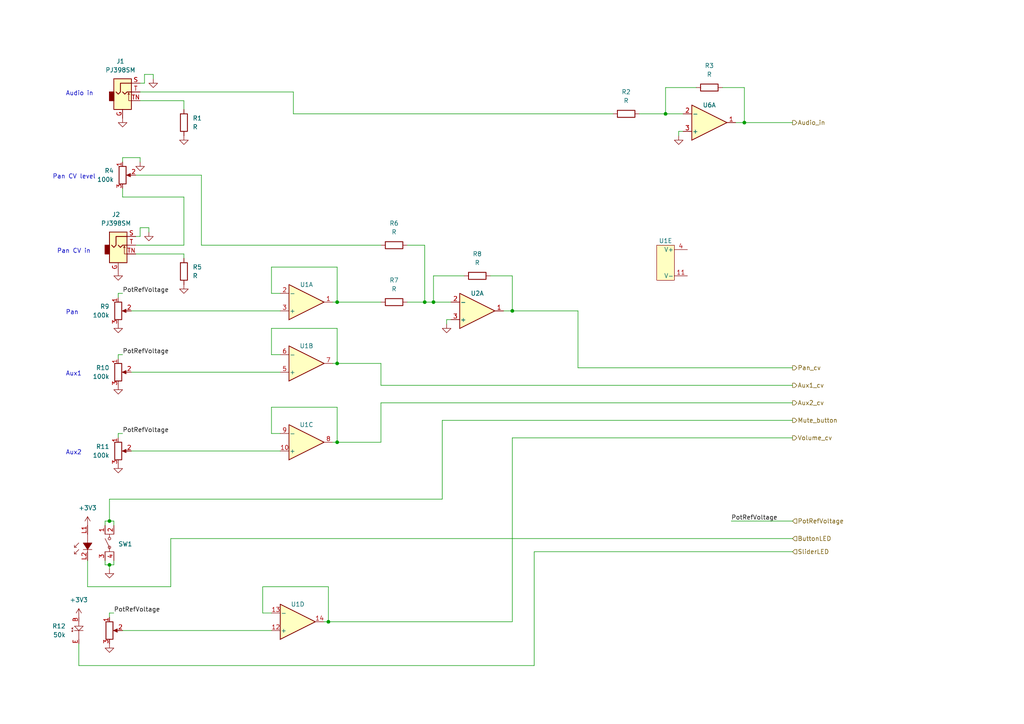
<source format=kicad_sch>
(kicad_sch (version 20230121) (generator eeschema)
  (paper "A4")
  (lib_symbols
    (symbol "Device:R" (pin_numbers hide) (pin_names (offset 0))
      (property "Reference" "R" (at 2.032 0 90))
      (property "Value" "R" (at 0 0 90))
      (symbol "R_0_1"
        (rectangle (start -1.016 -2.54) (end 1.016 2.54) (stroke (width 0.254)))
      )
      (symbol "R_1_1"
        (pin passive line (at 0 3.81 270) (length 1.27) (name "~") (number "1"))
        (pin passive line (at 0 -3.81 90) (length 1.27) (name "~") (number "2"))
      )
    )
    (symbol "WillItBlend:PB01-109TL" (pin_names (offset 1.016) hide)
      (property "Reference" "SW" (at 3.81 2.54 0))
      (symbol "PB01-109TL_0_0"
        (polyline (pts (xy -8.89 -3.175) (xy -7.62 -1.905)))
        (polyline (pts (xy -8.89 -1.27) (xy -7.62 0)))
        (polyline (pts (xy -6.35 -1.905) (xy -3.81 -1.905)))
        (polyline (pts (xy -5.08 -2.54) (xy -5.08 2.54)))
        (polyline (pts (xy -8.89 -2.54) (xy -8.89 -3.175) (xy -8.255 -3.175)))
        (polyline (pts (xy -8.89 -0.635) (xy -8.89 -1.27) (xy -8.255 -1.27)))
        (polyline (pts (xy -5.08 -1.905) (xy -6.35 0) (xy -3.81 0) (xy -5.08 -1.905)) (fill (type outline)))
      )
      (symbol "PB01-109TL_0_1"
        (polyline (pts (xy 1.27 -2.54) (xy 1.27 -1.27)))
        (polyline (pts (xy 1.27 -1.27) (xy 0 1.27)))
        (polyline (pts (xy 1.27 2.54) (xy 1.27 1.651)))
        (polyline (pts (xy 2.54 -2.54) (xy 0 -2.54)))
        (polyline (pts (xy 2.54 2.54) (xy 0 2.54)))
        (circle (center 1.27 -1.27) (radius 0.381))
        (circle (center 1.27 1.27) (radius 0.381))
        (pin passive line (at 2.54 5.08 270) (length 2.54) (name "2") (number "2"))
      )
      (symbol "PB01-109TL_1_1"
        (pin passive line (at 0 5.08 270) (length 2.54) (name "1") (number "1"))
        (pin passive line (at 0 -5.08 90) (length 2.54) (name "3") (number "3"))
        (pin passive line (at 2.54 -5.08 90) (length 2.54) (name "4") (number "4"))
        (pin passive line (at -5.08 5.08 270) (length 2.54) (name "L1") (number "L1"))
        (pin passive line (at -5.08 -5.08 90) (length 2.54) (name "L2") (number "L2"))
      )
    )
    (symbol "WillItBlend:PJ398SM"
      (property "Reference" "J" (at 0 8.89 0))
      (property "Value" "PJ398SM" (at 0 6.35 0))
      (symbol "PJ398SM_0_1"
        (rectangle (start -2.54 0) (end -3.81 -2.54) (stroke (width 0.254)) (fill (type outline)))
        (polyline (pts (xy 1.778 -0.254) (xy 2.032 -0.762)))
        (polyline (pts (xy 0 0) (xy 0.635 -0.635) (xy 1.27 0) (xy 2.54 0)) (stroke (width 0.254)))
        (polyline (pts (xy 2.54 -2.54) (xy 1.778 -2.54) (xy 1.778 -0.254) (xy 1.524 -0.762)))
        (polyline (pts (xy 2.54 2.54) (xy -0.635 2.54) (xy -0.635 0) (xy -1.27 -0.635) (xy -1.905 0)) (stroke (width 0.254)))
        (rectangle (start 2.54 3.81) (end -2.54 -5.08) (stroke (width 0.254)) (fill (type background)))
      )
      (symbol "PJ398SM_1_1"
        (pin passive line (at 0 -7.62 90) (length 2.54) (name "~") (number "G"))
        (pin passive line (at 5.08 2.54 180) (length 2.54) (name "~") (number "S"))
        (pin passive line (at 5.08 0 180) (length 2.54) (name "~") (number "T"))
        (pin passive line (at 5.08 -2.54 180) (length 2.54) (name "~") (number "TN"))
      )
    )
    (symbol "WillItBlend:R0904N-B100K-L25-KQ" (pin_names (offset 1.016) hide)
      (property "Reference" "R" (at -5.08 1.27 0))
      (property "Value" "100k" (at -3.81 -1.27 0))
      (symbol "R0904N-B100K-L25-KQ_0_1"
        (polyline (pts (xy 2.54 0) (xy 1.524 0)))
        (polyline (pts (xy 1.143 0) (xy 2.286 0.508) (xy 2.286 -0.508) (xy 1.143 0)) (fill (type outline)))
        (rectangle (start 1.016 2.54) (end -1.016 -2.54) (stroke (width 0.254)))
      )
      (symbol "R0904N-B100K-L25-KQ_1_1"
        (pin passive line (at 0 3.81 270) (length 1.27) (name "1") (number "1"))
        (pin passive line (at 3.81 0 180) (length 1.27) (name "2") (number "2"))
        (pin passive line (at 0 -3.81 90) (length 1.27) (name "3") (number "3"))
      )
    )
    (symbol "WillItBlend:RA2045F-20R-15LC-B50K" (pin_names (offset 1.016) hide)
      (property "Reference" "R" (at -3.81 1.27 0))
      (property "Value" "50k" (at -3.81 -1.27 0))
      (symbol "RA2045F-20R-15LC-B50K_0_1"
        (polyline (pts (xy -10.8697 -0.3197) (xy -10.5729 -0.2736)))
        (polyline (pts (xy -10.8631 0.4387) (xy -10.5663 0.4848)))
        (polyline (pts (xy -10.16 0) (xy -7.62 0)))
        (polyline (pts (xy -8.89 0) (xy -8.89 -2.54)))
        (polyline (pts (xy 2.54 0) (xy 1.524 0)))
        (polyline (pts (xy -10.5729 0.1288) (xy -10.8763 -0.2999) (xy -10.9158 0.0034)))
        (polyline (pts (xy -10.5663 0.8872) (xy -10.8697 0.4585) (xy -10.9092 0.7618)))
        (polyline (pts (xy 1.143 0) (xy 2.286 0.508) (xy 2.286 -0.508) (xy 1.143 0)) (fill (type outline)))
        (polyline (pts (xy -8.89 2.54) (xy -8.89 1.27) (xy -10.16 1.27) (xy -8.89 0) (xy -7.62 1.27) (xy -8.89 1.27)))
        (rectangle (start 1.016 2.54) (end -1.016 -2.54) (stroke (width 0.254)))
      )
      (symbol "RA2045F-20R-15LC-B50K_1_1"
        (pin passive line (at 0 3.81 270) (length 1.27) (name "1") (number "1"))
        (pin passive line (at 3.81 0 180) (length 1.27) (name "2") (number "2"))
        (pin passive line (at 0 -3.81 90) (length 1.27) (name "3") (number "3"))
        (pin passive line (at -8.89 3.81 270) (length 1.27) (name "B") (number "B"))
        (pin passive line (at -8.89 -3.81 90) (length 1.27) (name "E") (number "E"))
        (pin no_connect line (at -6.35 -3.81 90) (length 1.27) hide (name "L") (number "L"))
      )
    )
    (symbol "WillItBlend:TL074HIDYYR" (pin_names (offset 0.127))
      (property "Reference" "U" (at 0 5.08 0))
      (symbol "TL074HIDYYR_1_1"
        (polyline (pts (xy -5.08 5.08) (xy 5.08 0) (xy -5.08 -5.08) (xy -5.08 5.08)) (stroke (width 0.254)) (fill (type background)))
        (pin output line (at 7.62 0 180) (length 2.54) (name "~") (number "1"))
        (pin input line (at -7.62 -2.54 0) (length 2.54) (name "-") (number "2"))
        (pin input line (at -7.62 2.54 0) (length 2.54) (name "+") (number "3"))
      )
      (symbol "TL074HIDYYR_2_1"
        (polyline (pts (xy -5.08 5.08) (xy 5.08 0) (xy -5.08 -5.08) (xy -5.08 5.08)) (stroke (width 0.254)) (fill (type background)))
        (pin input line (at -7.62 2.54 0) (length 2.54) (name "+") (number "5"))
        (pin input line (at -7.62 -2.54 0) (length 2.54) (name "-") (number "6"))
        (pin output line (at 7.62 0 180) (length 2.54) (name "~") (number "7"))
      )
      (symbol "TL074HIDYYR_3_1"
        (polyline (pts (xy -5.08 5.08) (xy 5.08 0) (xy -5.08 -5.08) (xy -5.08 5.08)) (stroke (width 0.254)) (fill (type background)))
        (pin input line (at -7.62 2.54 0) (length 2.54) (name "+") (number "10"))
        (pin output line (at 7.62 0 180) (length 2.54) (name "~") (number "8"))
        (pin input line (at -7.62 -2.54 0) (length 2.54) (name "-") (number "9"))
      )
      (symbol "TL074HIDYYR_4_1"
        (polyline (pts (xy -5.08 5.08) (xy 5.08 0) (xy -5.08 -5.08) (xy -5.08 5.08)) (stroke (width 0.254)) (fill (type background)))
        (pin input line (at -7.62 2.54 0) (length 2.54) (name "+") (number "12"))
        (pin input line (at -7.62 -2.54 0) (length 2.54) (name "-") (number "13"))
        (pin output line (at 7.62 0 180) (length 2.54) (name "~") (number "14"))
      )
      (symbol "TL074HIDYYR_5_1"
        (rectangle (start -2.54 5.08) (end 2.54 -5.08) (fill (type background)))
        (pin power_in line (at 6.35 -3.81 180) (length 3.81) (name "V-") (number "11"))
        (pin power_in line (at 6.35 3.81 180) (length 3.81) (name "V+") (number "4"))
      )
    )
    (symbol "power:+3V3" (power) (pin_names (offset 0))
      (property "Value" "+3V3" (at 0 3.556 0))
      (symbol "+3V3_0_1"
        (polyline (pts (xy -0.762 1.27) (xy 0 2.54)))
        (polyline (pts (xy 0 0) (xy 0 2.54)))
        (polyline (pts (xy 0 2.54) (xy 0.762 1.27)))
      )
      (symbol "+3V3_1_1"
        (pin power_in line (at 0 0 90) (length 0) hide (name "+3V3") (number "1"))
      )
    )
    (symbol "power:GND" (power) (pin_names (offset 0))
      (property "Value" "GND" (at 0 -3.81 0))
      (symbol "GND_0_1"
        (polyline (pts (xy 0 0) (xy 0 -1.27) (xy 1.27 -1.27) (xy 0 -2.54) (xy -1.27 -1.27) (xy 0 -1.27)))
      )
      (symbol "GND_1_1"
        (pin power_in line (at 0 0 270) (length 0) hide (name "GND") (number "1"))
      )
    )
  )
  (junction (at 95.25 180.34))
  (junction (at 193.04 33.02))
  (junction (at 148.59 90.17))
  (junction (at 97.79 128.27))
  (junction (at 97.79 87.63))
  (junction (at 31.75 163.83))
  (junction (at 125.73 87.63))
  (junction (at 97.79 105.41))
  (junction (at 215.9 35.56))
  (junction (at 31.75 151.13))
  (junction (at 123.19 87.63))
  (wire (pts (xy 97.79 95.25) (xy 78.74 95.25)))
  (wire (pts (xy 31.75 151.13) (xy 30.48 151.13)))
  (wire (pts (xy 34.29 127) (xy 34.29 125.73)))
  (wire (pts (xy 96.52 87.63) (xy 97.79 87.63)))
  (wire (pts (xy 33.02 162.56) (xy 33.02 163.83)))
  (wire (pts (xy 78.74 102.87) (xy 81.28 102.87)))
  (wire (pts (xy 34.29 102.87) (xy 35.56 102.87)))
  (wire (pts (xy 40.64 45.72) (xy 40.64 46.99)))
  (wire (pts (xy 128.27 121.92) (xy 229.87 121.92)))
  (wire (pts (xy 148.59 80.01) (xy 148.59 90.17)))
  (wire (pts (xy 96.52 128.27) (xy 97.79 128.27)))
  (wire (pts (xy 33.02 151.13) (xy 31.75 151.13)))
  (wire (pts (xy 95.25 170.18) (xy 76.2 170.18)))
  (wire (pts (xy 110.49 116.84) (xy 110.49 128.27)))
  (wire (pts (xy 38.1 90.17) (xy 81.28 90.17)))
  (wire (pts (xy 22.86 186.69) (xy 22.86 193.04)))
  (wire (pts (xy 39.37 68.58) (xy 40.64 68.58)))
  (wire (pts (xy 212.09 151.13) (xy 229.87 151.13)))
  (wire (pts (xy 41.91 24.13) (xy 41.91 21.59)))
  (wire (pts (xy 58.42 50.8) (xy 58.42 71.12)))
  (wire (pts (xy 41.91 21.59) (xy 44.45 21.59)))
  (wire (pts (xy 125.73 87.63) (xy 125.73 80.01)))
  (wire (pts (xy 193.04 33.02) (xy 193.04 25.4)))
  (wire (pts (xy 38.1 130.81) (xy 81.28 130.81)))
  (wire (pts (xy 96.52 105.41) (xy 97.79 105.41)))
  (wire (pts (xy 49.53 170.18) (xy 25.4 170.18)))
  (wire (pts (xy 49.53 156.21) (xy 49.53 170.18)))
  (wire (pts (xy 30.48 163.83) (xy 31.75 163.83)))
  (wire (pts (xy 215.9 35.56) (xy 229.87 35.56)))
  (wire (pts (xy 185.42 33.02) (xy 193.04 33.02)))
  (wire (pts (xy 31.75 144.78) (xy 128.27 144.78)))
  (wire (pts (xy 30.48 162.56) (xy 30.48 163.83)))
  (wire (pts (xy 229.87 116.84) (xy 110.49 116.84)))
  (wire (pts (xy 78.74 95.25) (xy 78.74 102.87)))
  (wire (pts (xy 76.2 177.8) (xy 78.74 177.8)))
  (wire (pts (xy 39.37 73.66) (xy 53.34 73.66)))
  (wire (pts (xy 43.18 66.04) (xy 43.18 67.31)))
  (wire (pts (xy 215.9 35.56) (xy 213.36 35.56)))
  (wire (pts (xy 53.34 57.15) (xy 35.56 57.15)))
  (wire (pts (xy 53.34 71.12) (xy 53.34 57.15)))
  (wire (pts (xy 154.94 160.02) (xy 154.94 193.04)))
  (wire (pts (xy 128.27 144.78) (xy 128.27 121.92)))
  (wire (pts (xy 31.75 144.78) (xy 31.75 151.13)))
  (wire (pts (xy 31.75 177.8) (xy 33.02 177.8)))
  (wire (pts (xy 142.24 80.01) (xy 148.59 80.01)))
  (wire (pts (xy 97.79 77.47) (xy 78.74 77.47)))
  (wire (pts (xy 40.64 24.13) (xy 41.91 24.13)))
  (wire (pts (xy 110.49 111.76) (xy 229.87 111.76)))
  (wire (pts (xy 97.79 87.63) (xy 110.49 87.63)))
  (wire (pts (xy 198.12 38.1) (xy 196.85 38.1)))
  (wire (pts (xy 93.98 180.34) (xy 95.25 180.34)))
  (wire (pts (xy 123.19 87.63) (xy 123.19 71.12)))
  (wire (pts (xy 97.79 118.11) (xy 97.79 128.27)))
  (wire (pts (xy 97.79 77.47) (xy 97.79 87.63)))
  (wire (pts (xy 193.04 33.02) (xy 198.12 33.02)))
  (wire (pts (xy 78.74 118.11) (xy 78.74 125.73)))
  (wire (pts (xy 125.73 80.01) (xy 134.62 80.01)))
  (wire (pts (xy 123.19 87.63) (xy 125.73 87.63)))
  (wire (pts (xy 95.25 180.34) (xy 148.59 180.34)))
  (wire (pts (xy 53.34 71.12) (xy 39.37 71.12)))
  (wire (pts (xy 148.59 127) (xy 229.87 127)))
  (wire (pts (xy 31.75 163.83) (xy 31.75 165.1)))
  (wire (pts (xy 78.74 85.09) (xy 81.28 85.09)))
  (wire (pts (xy 30.48 151.13) (xy 30.48 152.4)))
  (wire (pts (xy 53.34 73.66) (xy 53.34 74.93)))
  (wire (pts (xy 118.11 71.12) (xy 123.19 71.12)))
  (wire (pts (xy 58.42 71.12) (xy 110.49 71.12)))
  (wire (pts (xy 148.59 90.17) (xy 167.64 90.17)))
  (wire (pts (xy 196.85 38.1) (xy 196.85 39.37)))
  (wire (pts (xy 167.64 106.68) (xy 167.64 90.17)))
  (wire (pts (xy 40.64 29.21) (xy 53.34 29.21)))
  (wire (pts (xy 34.29 85.09) (xy 35.56 85.09)))
  (wire (pts (xy 34.29 104.14) (xy 34.29 102.87)))
  (wire (pts (xy 130.81 92.71) (xy 129.54 92.71)))
  (wire (pts (xy 193.04 25.4) (xy 201.93 25.4)))
  (wire (pts (xy 25.4 170.18) (xy 25.4 162.56)))
  (wire (pts (xy 53.34 29.21) (xy 53.34 31.75)))
  (wire (pts (xy 40.64 26.67) (xy 85.09 26.67)))
  (wire (pts (xy 35.56 57.15) (xy 35.56 54.61)))
  (wire (pts (xy 229.87 156.21) (xy 49.53 156.21)))
  (wire (pts (xy 35.56 46.99) (xy 35.56 45.72)))
  (wire (pts (xy 97.79 118.11) (xy 78.74 118.11)))
  (wire (pts (xy 78.74 125.73) (xy 81.28 125.73)))
  (wire (pts (xy 229.87 106.68) (xy 167.64 106.68)))
  (wire (pts (xy 129.54 92.71) (xy 129.54 93.98)))
  (wire (pts (xy 31.75 163.83) (xy 33.02 163.83)))
  (wire (pts (xy 118.11 87.63) (xy 123.19 87.63)))
  (wire (pts (xy 34.29 125.73) (xy 35.56 125.73)))
  (wire (pts (xy 97.79 105.41) (xy 110.49 105.41)))
  (wire (pts (xy 78.74 77.47) (xy 78.74 85.09)))
  (wire (pts (xy 148.59 90.17) (xy 146.05 90.17)))
  (wire (pts (xy 148.59 180.34) (xy 148.59 127)))
  (wire (pts (xy 33.02 152.4) (xy 33.02 151.13)))
  (wire (pts (xy 40.64 68.58) (xy 40.64 66.04)))
  (wire (pts (xy 35.56 182.88) (xy 78.74 182.88)))
  (wire (pts (xy 215.9 25.4) (xy 215.9 35.56)))
  (wire (pts (xy 31.75 179.07) (xy 31.75 177.8)))
  (wire (pts (xy 209.55 25.4) (xy 215.9 25.4)))
  (wire (pts (xy 125.73 87.63) (xy 130.81 87.63)))
  (wire (pts (xy 76.2 170.18) (xy 76.2 177.8)))
  (wire (pts (xy 110.49 128.27) (xy 97.79 128.27)))
  (wire (pts (xy 22.86 193.04) (xy 154.94 193.04)))
  (wire (pts (xy 110.49 105.41) (xy 110.49 111.76)))
  (wire (pts (xy 39.37 50.8) (xy 58.42 50.8)))
  (wire (pts (xy 34.29 86.36) (xy 34.29 85.09)))
  (wire (pts (xy 35.56 45.72) (xy 40.64 45.72)))
  (wire (pts (xy 44.45 21.59) (xy 44.45 22.86)))
  (wire (pts (xy 85.09 33.02) (xy 85.09 26.67)))
  (wire (pts (xy 38.1 107.95) (xy 81.28 107.95)))
  (wire (pts (xy 229.87 160.02) (xy 154.94 160.02)))
  (wire (pts (xy 95.25 170.18) (xy 95.25 180.34)))
  (wire (pts (xy 40.64 66.04) (xy 43.18 66.04)))
  (wire (pts (xy 177.8 33.02) (xy 85.09 33.02)))
  (wire (pts (xy 97.79 95.25) (xy 97.79 105.41)))
  (text "Aux2" (at 19.05 132.08 0) (effects (font (size 1.27 1.27)) (justify left bottom)))
  (text "Pan CV in" (at 16.51 73.66 0) (effects (font (size 1.27 1.27)) (justify left bottom)))
  (text "Pan CV level" (at 15.24 52.07 0) (effects (font (size 1.27 1.27)) (justify left bottom)))
  (text "Audio in" (at 19.05 27.94 0) (effects (font (size 1.27 1.27)) (justify left bottom)))
  (text "Pan" (at 19.05 91.44 0) (effects (font (size 1.27 1.27)) (justify left bottom)))
  (text "Aux1" (at 19.05 109.22 0) (effects (font (size 1.27 1.27)) (justify left bottom)))
  (label "PotRefVoltage" (at 35.56 102.87 0))
  (label "PotRefVoltage" (at 35.56 85.09 0))
  (label "PotRefVoltage" (at 33.02 177.8 0))
  (label "PotRefVoltage" (at 35.56 125.73 0))
  (label "PotRefVoltage" (at 212.09 151.13 0))
  (hierarchical_label "Audio_in" (shape output) (at 229.87 35.56 0))
  (hierarchical_label "ButtonLED" (shape input) (at 229.87 156.21 0))
  (hierarchical_label "Aux2_cv" (shape output) (at 229.87 116.84 0))
  (hierarchical_label "Mute_button" (shape output) (at 229.87 121.92 0))
  (hierarchical_label "Aux1_cv" (shape output) (at 229.87 111.76 0))
  (hierarchical_label "Volume_cv" (shape output) (at 229.87 127 0))
  (hierarchical_label "Pan_cv" (shape output) (at 229.87 106.68 0))
  (hierarchical_label "PotRefVoltage" (shape input) (at 229.87 151.13 0))
  (hierarchical_label "SliderLED" (shape input) (at 229.87 160.02 0))
  (symbol (lib_id "power:GND") (at 53.34 39.37 0) (unit 1)
    (property "Reference" "#PWR0105" (effects hide))
    (property "Value" "GND" (effects hide))
  )
  (symbol (lib_id "power:GND") (at 34.29 134.62 0) (unit 1)
    (property "Reference" "#PWR0114" (effects hide))
    (property "Value" "GND" (effects hide))
  )
  (symbol (lib_id "power:+3V3") (at 25.4 152.4 0) (unit 1)
    (property "Reference" "#PWR0110" (effects hide))
    (property "Value" "+3V3" (at 25.4 147.32 0))
  )
  (symbol (lib_id "power:GND") (at 196.85 39.37 0) (unit 1)
    (property "Reference" "#PWR0116" (effects hide))
    (property "Value" "GND" (effects hide))
  )
  (symbol (lib_id "WillItBlend:R0904N-B100K-L25-KQ") (at 34.29 90.17 0) (unit 1)
    (property "Reference" "R9" (at 31.75 88.9 0) (effects (justify right)))
    (property "Value" "100k" (at 31.75 91.44 0) (effects (justify right)))
    (property "Footprint" "WillItBlend:Potentiometer_SongHuei_9mm" (effects hide))
    (property "Datasheet" "https://www.thonk.co.uk/wp-content/uploads/2014/10/R0904N_Thonk.pdf" (effects hide))
  )
  (symbol (lib_id "Device:R") (at 114.3 87.63 90) (unit 1)
    (property "Reference" "R7" (at 114.3 81.28 90))
    (property "Value" "R" (at 114.3 83.82 90))
    (property "Footprint" "Resistor_SMD:R_0402_1005Metric_Pad0.72x0.64mm_HandSolder" (effects hide))
  )
  (symbol (lib_id "WillItBlend:TL074HIDYYR") (at 88.9 128.27 0) (mirror x) (unit 3)
    (property "Reference" "U1" (at 88.9 123.19 0))
    (property "Value" "TL074HIDYYR" (effects hide))
    (property "Footprint" "WillItBlend:SOT-23-THIN" (effects hide))
    (property "Datasheet" "http://www.ti.com/lit/ds/symlink/tl071.pdf" (effects hide))
  )
  (symbol (lib_id "power:GND") (at 43.18 67.31 0) (unit 1)
    (property "Reference" "#PWR0102" (effects hide))
    (property "Value" "GND" (effects hide))
  )
  (symbol (lib_id "WillItBlend:RA2045F-20R-15LC-B50K") (at 31.75 182.88 0) (unit 1)
    (property "Reference" "R12" (at 19.05 181.61 0) (effects (justify right)))
    (property "Value" "50k" (at 19.05 184.15 0) (effects (justify right)))
    (property "Footprint" "WillItBlend:RA2045F-20" (effects hide))
    (property "Datasheet" "https://www.thonk.co.uk/wp-content/uploads/2014/10/R0904N_Thonk.pdf" (effects hide))
  )
  (symbol (lib_id "power:GND") (at 34.29 111.76 0) (unit 1)
    (property "Reference" "#PWR0111" (effects hide))
    (property "Value" "GND" (effects hide))
  )
  (symbol (lib_id "Device:R") (at 53.34 35.56 0) (unit 1)
    (property "Reference" "R1" (at 55.88 34.29 0) (effects (justify left)))
    (property "Value" "R" (at 55.88 36.83 0) (effects (justify left)))
    (property "Footprint" "Resistor_SMD:R_0402_1005Metric_Pad0.72x0.64mm_HandSolder" (effects hide))
  )
  (symbol (lib_id "WillItBlend:R0904N-B100K-L25-KQ") (at 35.56 50.8 0) (unit 1)
    (property "Reference" "R4" (at 33.02 49.53 0) (effects (justify right)))
    (property "Value" "100k" (at 33.02 52.07 0) (effects (justify right)))
    (property "Footprint" "WillItBlend:Potentiometer_SongHuei_9mm" (effects hide))
    (property "Datasheet" "https://www.thonk.co.uk/wp-content/uploads/2014/10/R0904N_Thonk.pdf" (effects hide))
  )
  (symbol (lib_id "WillItBlend:TL074HIDYYR") (at 193.04 76.2 0) (unit 5)
    (property "Reference" "U1" (at 193.04 69.85 0))
    (property "Value" "TL074HIDYYR" (effects hide))
    (property "Footprint" "WillItBlend:SOT-23-THIN" (effects hide))
    (property "Datasheet" "http://www.ti.com/lit/ds/symlink/tl071.pdf" (effects hide))
  )
  (symbol (lib_id "WillItBlend:TL074HIDYYR") (at 205.74 35.56 0) (mirror x) (unit 1)
    (property "Reference" "U6" (at 205.74 30.48 0))
    (property "Value" "TL074HIDYYR" (effects hide))
    (property "Footprint" "WillItBlend:SOT-23-THIN" (effects hide))
    (property "Datasheet" "http://www.ti.com/lit/ds/symlink/tl071.pdf" (effects hide))
  )
  (symbol (lib_id "power:GND") (at 31.75 186.69 0) (unit 1)
    (property "Reference" "#PWR0108" (effects hide))
    (property "Value" "GND" (effects hide))
  )
  (symbol (lib_id "WillItBlend:TL074HIDYYR") (at 88.9 105.41 0) (mirror x) (unit 2)
    (property "Reference" "U1" (at 88.9 100.33 0))
    (property "Value" "TL074HIDYYR" (effects hide))
    (property "Footprint" "WillItBlend:SOT-23-THIN" (effects hide))
    (property "Datasheet" "http://www.ti.com/lit/ds/symlink/tl071.pdf" (effects hide))
  )
  (symbol (lib_id "WillItBlend:TL074HIDYYR") (at 88.9 87.63 0) (mirror x) (unit 1)
    (property "Reference" "U1" (at 88.9 82.55 0))
    (property "Value" "TL074HIDYYR" (effects hide))
    (property "Footprint" "WillItBlend:SOT-23-THIN" (effects hide))
    (property "Datasheet" "http://www.ti.com/lit/ds/symlink/tl071.pdf" (effects hide))
  )
  (symbol (lib_id "power:+3V3") (at 22.86 179.07 0) (unit 1)
    (property "Reference" "#PWR0107" (effects hide))
    (property "Value" "+3V3" (at 22.86 173.99 0))
  )
  (symbol (lib_id "WillItBlend:PJ398SM") (at 35.56 26.67 0) (unit 1)
    (property "Reference" "J1" (at 34.925 17.78 0))
    (property "Value" "PJ398SM" (at 34.925 20.32 0))
    (property "Footprint" "WillItBlend:PJ398SM" (effects hide))
    (property "Datasheet" "https://www.thonk.co.uk/wp-content/uploads/2018/07/Thonkiconn_Jack_Datasheet-new.jpg" (effects hide))
  )
  (symbol (lib_id "power:GND") (at 31.75 165.1 0) (unit 1)
    (property "Reference" "#PWR0109" (effects hide))
    (property "Value" "GND" (effects hide))
  )
  (symbol (lib_id "power:GND") (at 129.54 93.98 0) (unit 1)
    (property "Reference" "#PWR0106" (effects hide))
    (property "Value" "GND" (effects hide))
  )
  (symbol (lib_id "power:GND") (at 35.56 34.29 0) (unit 1)
    (property "Reference" "#PWR0103" (effects hide))
    (property "Value" "GND" (effects hide))
  )
  (symbol (lib_id "Device:R") (at 138.43 80.01 90) (unit 1)
    (property "Reference" "R8" (at 138.43 73.66 90))
    (property "Value" "R" (at 138.43 76.2 90))
    (property "Footprint" "Resistor_SMD:R_0402_1005Metric_Pad0.72x0.64mm_HandSolder" (effects hide))
  )
  (symbol (lib_id "Device:R") (at 53.34 78.74 0) (unit 1)
    (property "Reference" "R5" (at 55.88 77.47 0) (effects (justify left)))
    (property "Value" "R" (at 55.88 80.01 0) (effects (justify left)))
    (property "Footprint" "Resistor_SMD:R_0402_1005Metric_Pad0.72x0.64mm_HandSolder" (effects hide))
  )
  (symbol (lib_id "power:GND") (at 34.29 93.98 0) (unit 1)
    (property "Reference" "#PWR0112" (effects hide))
    (property "Value" "GND" (effects hide))
  )
  (symbol (lib_id "power:GND") (at 53.34 82.55 0) (unit 1)
    (property "Reference" "#PWR0115" (effects hide))
    (property "Value" "GND" (effects hide))
  )
  (symbol (lib_id "WillItBlend:R0904N-B100K-L25-KQ") (at 34.29 130.81 0) (unit 1)
    (property "Reference" "R11" (at 31.75 129.54 0) (effects (justify right)))
    (property "Value" "100k" (at 31.75 132.08 0) (effects (justify right)))
    (property "Footprint" "WillItBlend:Potentiometer_SongHuei_9mm" (effects hide))
    (property "Datasheet" "https://www.thonk.co.uk/wp-content/uploads/2014/10/R0904N_Thonk.pdf" (effects hide))
  )
  (symbol (lib_id "power:GND") (at 44.45 22.86 0) (unit 1)
    (property "Reference" "#PWR0101" (effects hide))
    (property "Value" "GND" (effects hide))
  )
  (symbol (lib_id "WillItBlend:R0904N-B100K-L25-KQ") (at 34.29 107.95 0) (unit 1)
    (property "Reference" "R10" (at 31.75 106.68 0) (effects (justify right)))
    (property "Value" "100k" (at 31.75 109.22 0) (effects (justify right)))
    (property "Footprint" "WillItBlend:Potentiometer_SongHuei_9mm" (effects hide))
    (property "Datasheet" "https://www.thonk.co.uk/wp-content/uploads/2014/10/R0904N_Thonk.pdf" (effects hide))
  )
  (symbol (lib_id "WillItBlend:TL074HIDYYR") (at 138.43 90.17 0) (mirror x) (unit 1)
    (property "Reference" "U2" (at 138.43 85.09 0))
    (property "Value" "TL074HIDYYR" (effects hide))
    (property "Footprint" "WillItBlend:SOT-23-THIN" (effects hide))
    (property "Datasheet" "http://www.ti.com/lit/ds/symlink/tl071.pdf" (effects hide))
  )
  (symbol (lib_id "WillItBlend:TL074HIDYYR") (at 86.36 180.34 0) (mirror x) (unit 4)
    (property "Reference" "U1" (at 86.36 175.26 0))
    (property "Value" "TL074HIDYYR" (effects hide))
    (property "Footprint" "WillItBlend:SOT-23-THIN" (effects hide))
    (property "Datasheet" "http://www.ti.com/lit/ds/symlink/tl071.pdf" (effects hide))
  )
  (symbol (lib_id "Device:R") (at 114.3 71.12 90) (unit 1)
    (property "Reference" "R6" (at 114.3 64.77 90))
    (property "Value" "R" (at 114.3 67.31 90))
    (property "Footprint" "Resistor_SMD:R_0402_1005Metric_Pad0.72x0.64mm_HandSolder" (effects hide))
  )
  (symbol (lib_id "WillItBlend:PJ398SM") (at 34.29 71.12 0) (unit 1)
    (property "Reference" "J2" (at 33.655 62.23 0))
    (property "Value" "PJ398SM" (at 33.655 64.77 0))
    (property "Footprint" "WillItBlend:PJ398SM" (effects hide))
    (property "Datasheet" "https://www.thonk.co.uk/wp-content/uploads/2018/07/Thonkiconn_Jack_Datasheet-new.jpg" (effects hide))
  )
  (symbol (lib_id "power:GND") (at 34.29 78.74 0) (unit 1)
    (property "Reference" "#PWR0113" (effects hide))
    (property "Value" "GND" (effects hide))
  )
  (symbol (lib_id "Device:R") (at 205.74 25.4 90) (unit 1)
    (property "Reference" "R3" (at 205.74 19.05 90))
    (property "Value" "R" (at 205.74 21.59 90))
    (property "Footprint" "Resistor_SMD:R_0402_1005Metric_Pad0.72x0.64mm_HandSolder" (effects hide))
  )
  (symbol (lib_id "Device:R") (at 181.61 33.02 90) (unit 1)
    (property "Reference" "R2" (at 181.61 26.67 90))
    (property "Value" "R" (at 181.61 29.21 90))
    (property "Footprint" "Resistor_SMD:R_0402_1005Metric_Pad0.72x0.64mm_HandSolder" (effects hide))
  )
  (symbol (lib_id "WillItBlend:PB01-109TL") (at 30.48 157.48 0) (unit 1)
    (property "Reference" "SW1" (at 34.29 157.7975 0) (effects (justify left)))
    (property "Value" "SW_SPST_LED" (effects hide))
    (property "Footprint" "WillItBlend:PB01-109TL" (effects hide))
    (property "Datasheet" "https://www.thonk.co.uk/wp-content/uploads/2021/12/LowProfileButton.pdf" (effects hide))
  )
  (symbol (lib_id "power:GND") (at 40.64 46.99 0) (unit 1)
    (property "Reference" "#PWR0104" (effects hide))
    (property "Value" "GND" (effects hide))
  )
)
</source>
